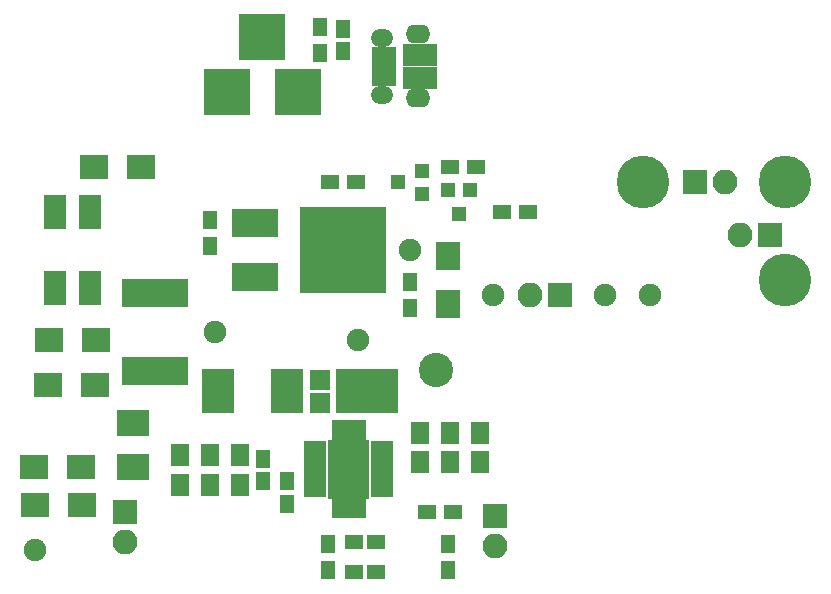
<source format=gbr>
G04 #@! TF.FileFunction,Soldermask,Top*
%FSLAX46Y46*%
G04 Gerber Fmt 4.6, Leading zero omitted, Abs format (unit mm)*
G04 Created by KiCad (PCBNEW 4.0.7) date 02/27/19 21:10:27*
%MOMM*%
%LPD*%
G01*
G04 APERTURE LIST*
%ADD10C,0.100000*%
%ADD11R,3.900000X3.900000*%
%ADD12R,1.150000X1.600000*%
%ADD13R,2.400000X2.000000*%
%ADD14R,1.650000X1.900000*%
%ADD15R,1.600000X1.150000*%
%ADD16R,5.260000X3.760000*%
%ADD17R,1.800000X1.790000*%
%ADD18R,2.050000X0.800000*%
%ADD19O,1.900000X1.500000*%
%ADD20O,2.100000X1.600000*%
%ADD21R,2.900000X1.830000*%
%ADD22R,2.100000X2.100000*%
%ADD23O,2.100000X2.100000*%
%ADD24C,4.464000*%
%ADD25R,1.200000X1.300000*%
%ADD26R,1.300000X1.200000*%
%ADD27R,3.900000X2.400000*%
%ADD28R,7.400000X7.400000*%
%ADD29R,1.300000X1.600000*%
%ADD30R,1.600000X1.300000*%
%ADD31C,1.900000*%
%ADD32R,1.970000X0.810000*%
%ADD33R,2.860000X8.400000*%
%ADD34C,0.830000*%
%ADD35R,2.000000X2.400000*%
%ADD36R,5.700000X2.400000*%
%ADD37R,1.900000X2.900000*%
%ADD38R,2.686000X2.254500*%
%ADD39R,2.813000X3.829000*%
%ADD40C,2.900000*%
G04 APERTURE END LIST*
D10*
G36*
X77371665Y-86857335D02*
X80779775Y-86857335D01*
X80779775Y-91869255D01*
X77371665Y-91869255D01*
X77371665Y-86857335D01*
G37*
D11*
X68765000Y-57455000D03*
X74765000Y-57455000D03*
X71765000Y-52755000D03*
D12*
X78575000Y-52060000D03*
X78575000Y-53960000D03*
D13*
X61525000Y-63805000D03*
X57525000Y-63805000D03*
X57715000Y-78410000D03*
X53715000Y-78410000D03*
X56445000Y-89205000D03*
X52445000Y-89205000D03*
D14*
X64829775Y-88182335D03*
X64829775Y-90682335D03*
D15*
X81430000Y-98095000D03*
X79530000Y-98095000D03*
D14*
X67369775Y-88182335D03*
X67369775Y-90682335D03*
D15*
X81430000Y-95555000D03*
X79530000Y-95555000D03*
D12*
X71814775Y-88482335D03*
X71814775Y-90382335D03*
X73884775Y-90397335D03*
X73884775Y-92297335D03*
D14*
X87689775Y-86277335D03*
X87689775Y-88777335D03*
X85149775Y-86277335D03*
X85149775Y-88777335D03*
X69909775Y-88182335D03*
X69909775Y-90682335D03*
X90229775Y-86277335D03*
X90229775Y-88777335D03*
D16*
X80652000Y-82777335D03*
D17*
X76670000Y-81792335D03*
X76670000Y-83762335D03*
D18*
X82045000Y-56540000D03*
X82045000Y-55890000D03*
X82045000Y-55240000D03*
X82045000Y-54590000D03*
X82045000Y-53940000D03*
D19*
X81925000Y-57660000D03*
X81925000Y-52820000D03*
D20*
X84925000Y-57970000D03*
X84925000Y-52510000D03*
D21*
X85165000Y-56200000D03*
X85165000Y-54280000D03*
D22*
X60160000Y-93015000D03*
D23*
X60160000Y-95555000D03*
D22*
X114770000Y-69520000D03*
D23*
X112230000Y-69520000D03*
D22*
X108420000Y-65075000D03*
D23*
X110960000Y-65075000D03*
D22*
X96990000Y-74600000D03*
D23*
X94450000Y-74600000D03*
D24*
X116040000Y-65075000D03*
X116040000Y-73330000D03*
X103975000Y-65075000D03*
D25*
X89370000Y-65710000D03*
X87470000Y-65710000D03*
X88420000Y-67710000D03*
D26*
X85290000Y-66025000D03*
X85290000Y-64125000D03*
X83290000Y-65075000D03*
D27*
X71175000Y-68490000D03*
X71175000Y-73070000D03*
D28*
X78575000Y-70790000D03*
D29*
X76670000Y-51910000D03*
X76670000Y-54110000D03*
D30*
X89835000Y-63805000D03*
X87635000Y-63805000D03*
X92080000Y-67615000D03*
X94280000Y-67615000D03*
D29*
X67310000Y-70485000D03*
X67310000Y-68285000D03*
X84290000Y-73500000D03*
X84290000Y-75700000D03*
D30*
X77475000Y-65075000D03*
X79675000Y-65075000D03*
D29*
X77305000Y-97925000D03*
X77305000Y-95725000D03*
D30*
X85730000Y-93015000D03*
X87930000Y-93015000D03*
D29*
X87465000Y-95725000D03*
X87465000Y-97925000D03*
D31*
X52540000Y-96190000D03*
X67780000Y-77775000D03*
X79845000Y-78410000D03*
X84290000Y-70790000D03*
X100800000Y-74600000D03*
X91275000Y-74600000D03*
X104610000Y-74600000D03*
D32*
X76209775Y-87407335D03*
X76209775Y-88057335D03*
X76209775Y-88707335D03*
X76209775Y-89357335D03*
X76209775Y-90007335D03*
X76209775Y-90657335D03*
X76209775Y-91307335D03*
X81949775Y-91307335D03*
X81949775Y-90657335D03*
X81949775Y-90007335D03*
X81949775Y-89357335D03*
X81949775Y-88707335D03*
X81949775Y-88057335D03*
X81949775Y-87407335D03*
D33*
X79079775Y-89357335D03*
D34*
X78329775Y-89357335D03*
X79829775Y-89357335D03*
X78329775Y-90857335D03*
X79829775Y-90857335D03*
X78329775Y-87857335D03*
X79829775Y-87857335D03*
D13*
X56540000Y-92380000D03*
X52540000Y-92380000D03*
D35*
X87465000Y-71330000D03*
X87465000Y-75330000D03*
D36*
X62700000Y-81075000D03*
X62700000Y-74475000D03*
D22*
X91440000Y-93345000D03*
D23*
X91440000Y-95885000D03*
D13*
X57620000Y-82220000D03*
X53620000Y-82220000D03*
D37*
X57215000Y-67540000D03*
X54215000Y-67540000D03*
X54215000Y-74040000D03*
X57215000Y-74040000D03*
D38*
X60795000Y-85407750D03*
X60795000Y-89192250D03*
D39*
X68034000Y-82777335D03*
X73876000Y-82777335D03*
D40*
X86500000Y-81000000D03*
M02*

</source>
